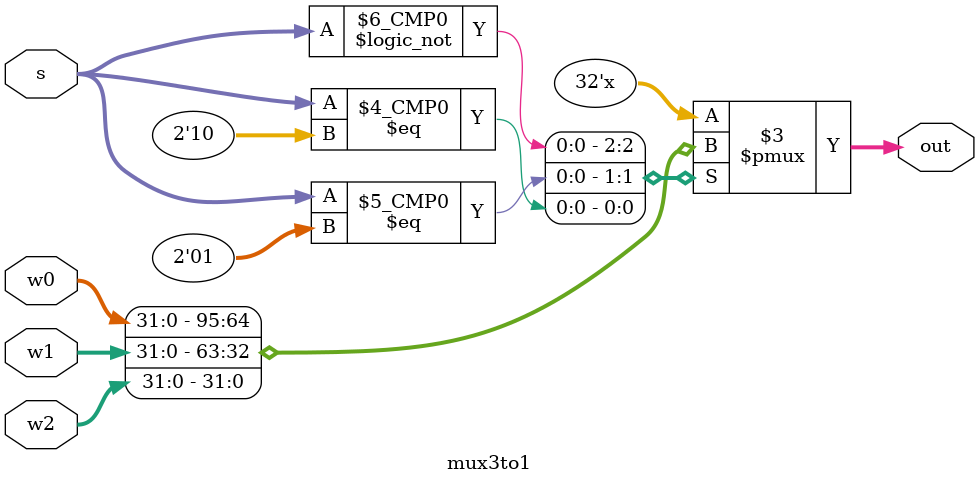
<source format=v>
`timescale 1ns / 1ps
module mux3to1(w0, w1, w2, s, out);
input [31:0]w0; 
input [31:0]w1;
input [31:0]w2;
input [1:0]s;
output reg [31:0]out;

// seletor value chooses one of the inputs to send to output
always@(w0, w1, w2, s)
    case(s)
    0: out = w0;
    1: out = w1;
    2: out = w2;
    endcase

endmodule
</source>
